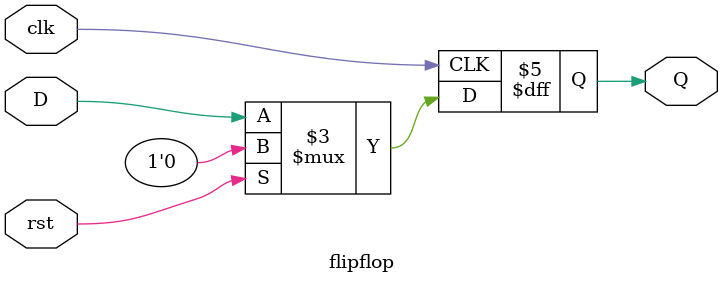
<source format=v>
`timescale 1ns / 1ps
module flipflop(
    input clk,
    input rst,
    input D,
    output reg Q
    );
always @ ( posedge clk )
	begin
	if (rst) 
		Q<=1'b0;
	else
		Q<=D;
	end
endmodule

</source>
